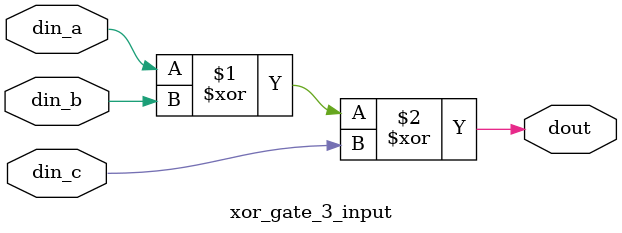
<source format=v>
`timescale 1ns/10ps

module xor_gate_3_input(
    din_a,
    din_b,
    din_c,
    dout
);

input din_a, din_b, din_c;
output dout;

assign dout = din_a ^ din_b ^ din_c;

endmodule
</source>
